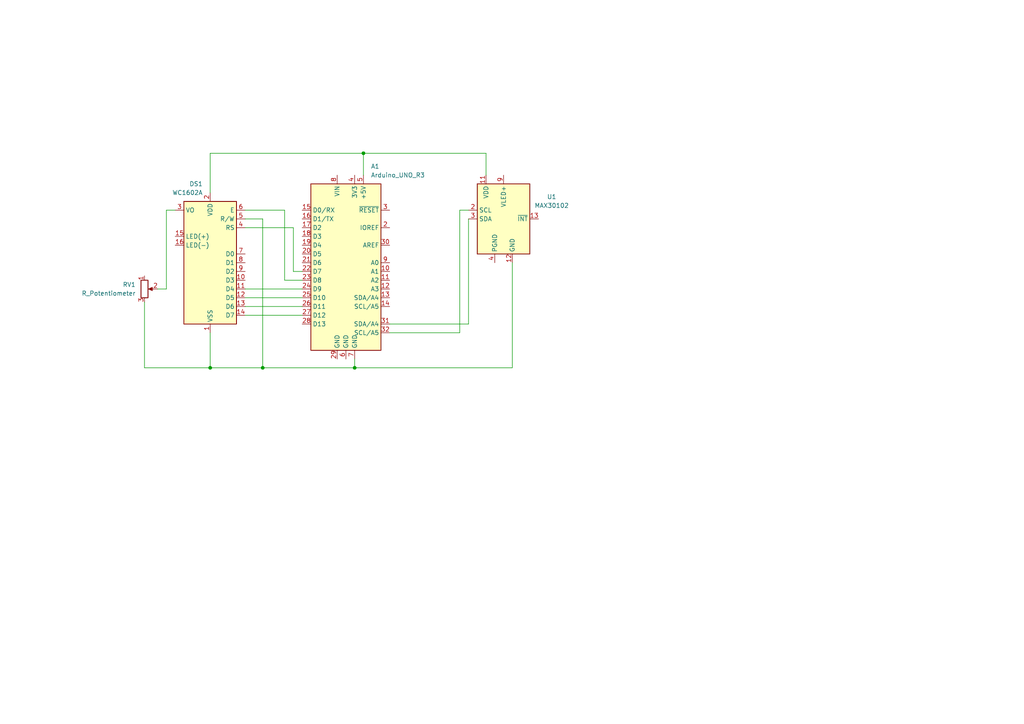
<source format=kicad_sch>
(kicad_sch (version 20250114) (generator "eeschema") (generator_version "9.0")
  (paper "A4")
  (title_block (title "Pulse Oximeter") (company "Jianhao Lin"))
  (lib_symbols
    (symbol "Device:R_Potentiometer" (pin_names (offset 1.016) (hide yes))
      (property "Reference" "RV" (at -4.445 0 90))
      (property "Value" "R_Potentiometer" (at -2.54 0 90))
      (symbol "R_Potentiometer_0_1"
        (rectangle (start 1.016 2.54) (end -1.016 -2.54) (stroke (width 0.254)))
        (polyline (pts (xy 1.143 0) (xy 2.286 0.508) (xy 2.286 -0.508) (xy 1.143 0)) (fill (type outline)))
        (polyline (pts (xy 2.54 0) (xy 1.524 0)))
      )
      (symbol "R_Potentiometer_1_1"
        (pin passive line (at 0 3.81 270) (length 1.27) (name "1") (number "1"))
        (pin passive line (at 0 -3.81 90) (length 1.27) (name "3") (number "3"))
        (pin passive line (at 3.81 0 180) (length 1.27) (name "2") (number "2"))
      )
    )
    (symbol "Display_Character:WC1602A"
      (property "Reference" "DS" (at -5.842 19.05 0))
      (property "Value" "WC1602A" (at 5.334 19.05 0))
      (symbol "WC1602A_1_1"
        (rectangle (start -7.62 17.78) (end 7.62 -17.78) (stroke (width 0.254)) (fill (type background)))
        (pin input line (at -10.16 15.24 0) (length 2.54) (name "E") (number "6"))
        (pin input line (at -10.16 12.7 0) (length 2.54) (name "R/W") (number "5"))
        (pin input line (at -10.16 10.16 0) (length 2.54) (name "RS") (number "4"))
        (pin input line (at -10.16 2.54 0) (length 2.54) (name "D0") (number "7"))
        (pin input line (at -10.16 0 0) (length 2.54) (name "D1") (number "8"))
        (pin input line (at -10.16 -2.54 0) (length 2.54) (name "D2") (number "9"))
        (pin input line (at -10.16 -5.08 0) (length 2.54) (name "D3") (number "10"))
        (pin input line (at -10.16 -7.62 0) (length 2.54) (name "D4") (number "11"))
        (pin input line (at -10.16 -10.16 0) (length 2.54) (name "D5") (number "12"))
        (pin input line (at -10.16 -12.7 0) (length 2.54) (name "D6") (number "13"))
        (pin input line (at -10.16 -15.24 0) (length 2.54) (name "D7") (number "14"))
        (pin power_in line (at 0 20.32 270) (length 2.54) (name "VDD") (number "2"))
        (pin power_in line (at 0 -20.32 90) (length 2.54) (name "VSS") (number "1"))
        (pin input line (at 10.16 15.24 180) (length 2.54) (name "VO") (number "3"))
        (pin power_in line (at 10.16 7.62 180) (length 2.54) (name "LED(+)") (number "15"))
        (pin power_in line (at 10.16 5.08 180) (length 2.54) (name "LED(-)") (number "16"))
      )
    )
    (symbol "MCU_Module:Arduino_UNO_R3"
      (property "Reference" "A" (at -10.16 23.495 0))
      (property "Value" "Arduino_UNO_R3" (at 5.08 -26.67 0))
      (symbol "Arduino_UNO_R3_0_1"
        (rectangle (start -10.16 22.86) (end 10.16 -25.4) (stroke (width 0.254)) (fill (type background)))
      )
      (symbol "Arduino_UNO_R3_1_1"
        (pin bidirectional line (at -12.7 15.24 0) (length 2.54) (name "D0/RX") (number "15"))
        (pin bidirectional line (at -12.7 12.7 0) (length 2.54) (name "D1/TX") (number "16"))
        (pin bidirectional line (at -12.7 10.16 0) (length 2.54) (name "D2") (number "17"))
        (pin bidirectional line (at -12.7 7.62 0) (length 2.54) (name "D3") (number "18"))
        (pin bidirectional line (at -12.7 5.08 0) (length 2.54) (name "D4") (number "19"))
        (pin bidirectional line (at -12.7 2.54 0) (length 2.54) (name "D5") (number "20"))
        (pin bidirectional line (at -12.7 0 0) (length 2.54) (name "D6") (number "21"))
        (pin bidirectional line (at -12.7 -2.54 0) (length 2.54) (name "D7") (number "22"))
        (pin bidirectional line (at -12.7 -5.08 0) (length 2.54) (name "D8") (number "23"))
        (pin bidirectional line (at -12.7 -7.62 0) (length 2.54) (name "D9") (number "24"))
        (pin bidirectional line (at -12.7 -10.16 0) (length 2.54) (name "D10") (number "25"))
        (pin bidirectional line (at -12.7 -12.7 0) (length 2.54) (name "D11") (number "26"))
        (pin bidirectional line (at -12.7 -15.24 0) (length 2.54) (name "D12") (number "27"))
        (pin bidirectional line (at -12.7 -17.78 0) (length 2.54) (name "D13") (number "28"))
        (pin no_connect line (at -10.16 -20.32 0) (length 2.54) (hide yes) (name "NC") (number "1"))
        (pin power_in line (at -2.54 25.4 270) (length 2.54) (name "VIN") (number "8"))
        (pin power_in line (at -2.54 -27.94 90) (length 2.54) (name "GND") (number "29"))
        (pin power_in line (at 0 -27.94 90) (length 2.54) (name "GND") (number "6"))
        (pin power_out line (at 2.54 25.4 270) (length 2.54) (name "3V3") (number "4"))
        (pin power_in line (at 2.54 -27.94 90) (length 2.54) (name "GND") (number "7"))
        (pin power_out line (at 5.08 25.4 270) (length 2.54) (name "+5V") (number "5"))
        (pin input line (at 12.7 15.24 180) (length 2.54) (name "~{RESET}") (number "3"))
        (pin output line (at 12.7 10.16 180) (length 2.54) (name "IOREF") (number "2"))
        (pin input line (at 12.7 5.08 180) (length 2.54) (name "AREF") (number "30"))
        (pin bidirectional line (at 12.7 0 180) (length 2.54) (name "A0") (number "9"))
        (pin bidirectional line (at 12.7 -2.54 180) (length 2.54) (name "A1") (number "10"))
        (pin bidirectional line (at 12.7 -5.08 180) (length 2.54) (name "A2") (number "11"))
        (pin bidirectional line (at 12.7 -7.62 180) (length 2.54) (name "A3") (number "12"))
        (pin bidirectional line (at 12.7 -10.16 180) (length 2.54) (name "SDA/A4") (number "13"))
        (pin bidirectional line (at 12.7 -12.7 180) (length 2.54) (name "SCL/A5") (number "14"))
        (pin bidirectional line (at 12.7 -17.78 180) (length 2.54) (name "SDA/A4") (number "31"))
        (pin bidirectional line (at 12.7 -20.32 180) (length 2.54) (name "SCL/A5") (number "32"))
      )
    )
    (symbol "Sensor:MAX30102"
      (property "Reference" "U" (at 7.62 15.24 0))
      (property "Value" "MAX30102" (at 7.62 12.7 0))
      (symbol "MAX30102_0_1"
        (rectangle (start -7.62 10.16) (end 7.62 -10.16) (stroke (width 0.254)) (fill (type background)))
      )
      (symbol "MAX30102_1_1"
        (pin input line (at -10.16 2.54 0) (length 2.54) (name "SCL") (number "2"))
        (pin bidirectional line (at -10.16 0 0) (length 2.54) (name "SDA") (number "3"))
        (pin no_connect line (at -7.62 5.08 0) (length 2.54) (hide yes) (name "NC") (number "1"))
        (pin no_connect line (at -7.62 -2.54 0) (length 2.54) (hide yes) (name "NC") (number "7"))
        (pin power_in line (at -5.08 12.7 270) (length 2.54) (name "VDD") (number "11"))
        (pin power_in line (at -2.54 -12.7 90) (length 2.54) (name "PGND") (number "4"))
        (pin passive line (at 0 12.7 270) (length 2.54) (hide yes) (name "VLED+") (number "10"))
        (pin power_in line (at 0 12.7 270) (length 2.54) (name "VLED+") (number "9"))
        (pin power_in line (at 2.54 -12.7 90) (length 2.54) (name "GND") (number "12"))
        (pin no_connect line (at 7.62 5.08 180) (length 2.54) (hide yes) (name "NC") (number "8"))
        (pin no_connect line (at 7.62 2.54 180) (length 2.54) (hide yes) (name "NC") (number "14"))
        (pin no_connect line (at 7.62 -5.08 180) (length 2.54) (hide yes) (name "NC") (number "6"))
        (pin no_connect line (at 7.62 -7.62 180) (length 2.54) (hide yes) (name "NC") (number "5"))
        (pin output line (at 10.16 0 180) (length 2.54) (name "~{INT}") (number "13"))
      )
    )
  )
  (junction (at 76.2 106.68))
  (junction (at 102.87 106.68))
  (junction (at 105.41 44.45))
  (junction (at 60.96 106.68))
  (wire (pts (xy 41.91 106.68) (xy 60.96 106.68)))
  (wire (pts (xy 140.97 44.45) (xy 140.97 50.8)))
  (wire (pts (xy 133.35 96.52) (xy 133.35 60.96)))
  (wire (pts (xy 45.72 83.82) (xy 48.26 83.82)))
  (wire (pts (xy 85.09 66.04) (xy 85.09 78.74)))
  (wire (pts (xy 113.03 93.98) (xy 135.89 93.98)))
  (wire (pts (xy 48.26 83.82) (xy 48.26 60.96)))
  (wire (pts (xy 60.96 106.68) (xy 76.2 106.68)))
  (wire (pts (xy 71.12 91.44) (xy 87.63 91.44)))
  (wire (pts (xy 60.96 55.88) (xy 60.96 44.45)))
  (wire (pts (xy 48.26 60.96) (xy 50.8 60.96)))
  (wire (pts (xy 102.87 104.14) (xy 102.87 106.68)))
  (wire (pts (xy 60.96 44.45) (xy 105.41 44.45)))
  (wire (pts (xy 71.12 60.96) (xy 82.55 60.96)))
  (wire (pts (xy 105.41 50.8) (xy 105.41 44.45)))
  (wire (pts (xy 102.87 106.68) (xy 148.59 106.68)))
  (wire (pts (xy 82.55 60.96) (xy 82.55 81.28)))
  (wire (pts (xy 76.2 63.5) (xy 76.2 106.68)))
  (wire (pts (xy 82.55 81.28) (xy 87.63 81.28)))
  (wire (pts (xy 60.96 96.52) (xy 60.96 106.68)))
  (wire (pts (xy 135.89 93.98) (xy 135.89 63.5)))
  (wire (pts (xy 76.2 106.68) (xy 102.87 106.68)))
  (wire (pts (xy 41.91 87.63) (xy 41.91 106.68)))
  (wire (pts (xy 71.12 88.9) (xy 87.63 88.9)))
  (wire (pts (xy 71.12 66.04) (xy 85.09 66.04)))
  (wire (pts (xy 71.12 86.36) (xy 87.63 86.36)))
  (wire (pts (xy 85.09 78.74) (xy 87.63 78.74)))
  (wire (pts (xy 148.59 106.68) (xy 148.59 76.2)))
  (wire (pts (xy 71.12 63.5) (xy 76.2 63.5)))
  (wire (pts (xy 105.41 44.45) (xy 140.97 44.45)))
  (wire (pts (xy 71.12 83.82) (xy 87.63 83.82)))
  (wire (pts (xy 133.35 60.96) (xy 135.89 60.96)))
  (wire (pts (xy 113.03 96.52) (xy 133.35 96.52)))
  (symbol (lib_id "Sensor:MAX30102") (at 146.05 63.5 0) (unit 1)
    (property "Reference" "U1" (at 160.02 57.0798 0))
    (property "Value" "MAX30102" (at 160.02 59.6198 0))
    (property "Footprint" "OptoDevice:Maxim_OLGA-14_3.3x5.6mm_P0.8mm" (effects (hide yes)))
    (property "Datasheet" "https://datasheets.maximintegrated.com/en/ds/MAX30102.pdf" (effects (hide yes)))
    (property "Description" "Heart Rate Sensor, 14-OLGA" (effects (hide yes)))
  )
  (symbol (lib_id "Display_Character:WC1602A") (at 60.96 76.2 0) (mirror y) (unit 1)
    (property "Reference" "DS1" (at 58.8167 53.34 0) (effects (justify left)))
    (property "Value" "WC1602A" (at 58.8167 55.88 0) (effects (justify left)))
    (property "Footprint" "Display:WC1602A" (effects (hide yes)))
    (property "Datasheet" "http://www.wincomlcd.com/pdf/WC1602A-SFYLYHTC06.pdf" (effects (hide yes)))
    (property "Description" "LCD 16x2 Alphanumeric , 8 bit parallel bus, 5V VDD" (effects (hide yes)))
  )
  (symbol (lib_id "Device:R_Potentiometer") (at 41.91 83.82 0) (unit 1)
    (property "Reference" "RV1" (at 39.37 82.5499 0) (effects (justify right)))
    (property "Value" "R_Potentiometer" (at 39.37 85.0899 0) (effects (justify right)))
    (property "Description" "Potentiometer" (effects (hide yes)))
  )
  (symbol (lib_id "MCU_Module:Arduino_UNO_R3") (at 100.33 76.2 0) (unit 1)
    (property "Reference" "A1" (at 107.5533 48.26 0) (effects (justify left)))
    (property "Value" "Arduino_UNO_R3" (at 107.5533 50.8 0) (effects (justify left)))
    (property "Footprint" "Module:Arduino_UNO_R3" (effects (hide yes)))
    (property "Datasheet" "https://www.arduino.cc/en/Main/arduinoBoardUno" (effects (hide yes)))
    (property "Description" "Arduino UNO Microcontroller Module, release 3" (effects (hide yes)))
  )
)
</source>
